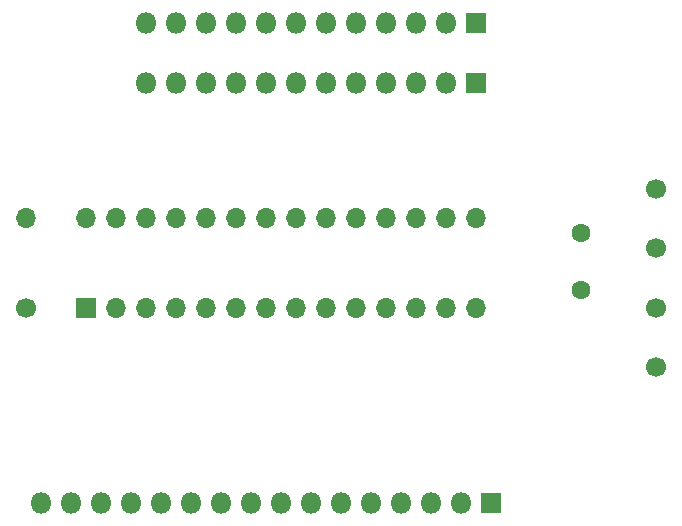
<source format=gbr>
%TF.GenerationSoftware,KiCad,Pcbnew,5.1.6-c6e7f7d~87~ubuntu16.04.1*%
%TF.CreationDate,2022-03-08T12:50:46-05:00*%
%TF.ProjectId,arduinovideo,61726475-696e-46f7-9669-64656f2e6b69,rev?*%
%TF.SameCoordinates,Original*%
%TF.FileFunction,Soldermask,Bot*%
%TF.FilePolarity,Negative*%
%FSLAX46Y46*%
G04 Gerber Fmt 4.6, Leading zero omitted, Abs format (unit mm)*
G04 Created by KiCad (PCBNEW 5.1.6-c6e7f7d~87~ubuntu16.04.1) date 2022-03-08 12:50:46*
%MOMM*%
%LPD*%
G01*
G04 APERTURE LIST*
%ADD10C,1.600000*%
%ADD11O,1.700000X1.700000*%
%ADD12R,1.700000X1.700000*%
%ADD13C,1.700000*%
%ADD14O,1.800000X1.800000*%
%ADD15R,1.800000X1.800000*%
G04 APERTURE END LIST*
D10*
%TO.C,Y1*%
X50800000Y-27740000D03*
X50800000Y-22860000D03*
%TD*%
D11*
%TO.C,U1*%
X8890000Y-21590000D03*
X41910000Y-29210000D03*
X11430000Y-21590000D03*
X39370000Y-29210000D03*
X13970000Y-21590000D03*
X36830000Y-29210000D03*
X16510000Y-21590000D03*
X34290000Y-29210000D03*
X19050000Y-21590000D03*
X31750000Y-29210000D03*
X21590000Y-21590000D03*
X29210000Y-29210000D03*
X24130000Y-21590000D03*
X26670000Y-29210000D03*
X26670000Y-21590000D03*
X24130000Y-29210000D03*
X29210000Y-21590000D03*
X21590000Y-29210000D03*
X31750000Y-21590000D03*
X19050000Y-29210000D03*
X34290000Y-21590000D03*
X16510000Y-29210000D03*
X36830000Y-21590000D03*
X13970000Y-29210000D03*
X39370000Y-21590000D03*
X11430000Y-29210000D03*
X41910000Y-21590000D03*
D12*
X8890000Y-29210000D03*
%TD*%
D11*
%TO.C,R1*%
X3810000Y-21590000D03*
D13*
X3810000Y-29210000D03*
%TD*%
D14*
%TO.C,J3*%
X5080000Y-45720000D03*
X7620000Y-45720000D03*
X10160000Y-45720000D03*
X12700000Y-45720000D03*
X15240000Y-45720000D03*
X17780000Y-45720000D03*
X20320000Y-45720000D03*
X22860000Y-45720000D03*
X25400000Y-45720000D03*
X27940000Y-45720000D03*
X30480000Y-45720000D03*
X33020000Y-45720000D03*
X35560000Y-45720000D03*
X38100000Y-45720000D03*
X40640000Y-45720000D03*
D15*
X43180000Y-45720000D03*
%TD*%
D14*
%TO.C,J2*%
X13970000Y-10160000D03*
X16510000Y-10160000D03*
X19050000Y-10160000D03*
X21590000Y-10160000D03*
X24130000Y-10160000D03*
X26670000Y-10160000D03*
X29210000Y-10160000D03*
X31750000Y-10160000D03*
X34290000Y-10160000D03*
X36830000Y-10160000D03*
X39370000Y-10160000D03*
D15*
X41910000Y-10160000D03*
%TD*%
D14*
%TO.C,J1*%
X13970000Y-5080000D03*
X16510000Y-5080000D03*
X19050000Y-5080000D03*
X21590000Y-5080000D03*
X24130000Y-5080000D03*
X26670000Y-5080000D03*
X29210000Y-5080000D03*
X31750000Y-5080000D03*
X34290000Y-5080000D03*
X36830000Y-5080000D03*
X39370000Y-5080000D03*
D15*
X41910000Y-5080000D03*
%TD*%
D13*
%TO.C,C2*%
X57150000Y-34210000D03*
X57150000Y-29210000D03*
%TD*%
%TO.C,C1*%
X57150000Y-19130000D03*
X57150000Y-24130000D03*
%TD*%
M02*

</source>
